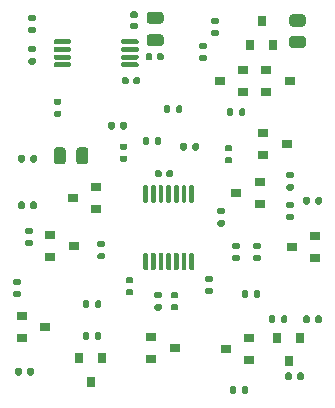
<source format=gbp>
%TF.GenerationSoftware,KiCad,Pcbnew,5.1.10-88a1d61d58~88~ubuntu18.04.1*%
%TF.CreationDate,2021-08-09T12:07:12+05:30*%
%TF.ProjectId,dhadak,64686164-616b-42e6-9b69-6361645f7063,1*%
%TF.SameCoordinates,Original*%
%TF.FileFunction,Paste,Bot*%
%TF.FilePolarity,Positive*%
%FSLAX46Y46*%
G04 Gerber Fmt 4.6, Leading zero omitted, Abs format (unit mm)*
G04 Created by KiCad (PCBNEW 5.1.10-88a1d61d58~88~ubuntu18.04.1) date 2021-08-09 12:07:12*
%MOMM*%
%LPD*%
G01*
G04 APERTURE LIST*
%ADD10R,0.900000X0.800000*%
%ADD11R,0.800000X0.900000*%
G04 APERTURE END LIST*
%TO.C,C6*%
G36*
G01*
X129573000Y-95263000D02*
X130523000Y-95263000D01*
G75*
G02*
X130773000Y-95513000I0J-250000D01*
G01*
X130773000Y-96013000D01*
G75*
G02*
X130523000Y-96263000I-250000J0D01*
G01*
X129573000Y-96263000D01*
G75*
G02*
X129323000Y-96013000I0J250000D01*
G01*
X129323000Y-95513000D01*
G75*
G02*
X129573000Y-95263000I250000J0D01*
G01*
G37*
G36*
G01*
X129573000Y-97163000D02*
X130523000Y-97163000D01*
G75*
G02*
X130773000Y-97413000I0J-250000D01*
G01*
X130773000Y-97913000D01*
G75*
G02*
X130523000Y-98163000I-250000J0D01*
G01*
X129573000Y-98163000D01*
G75*
G02*
X129323000Y-97913000I0J250000D01*
G01*
X129323000Y-97413000D01*
G75*
G02*
X129573000Y-97163000I250000J0D01*
G01*
G37*
%TD*%
%TO.C,C9*%
G36*
G01*
X123386000Y-107917000D02*
X123386000Y-106967000D01*
G75*
G02*
X123636000Y-106717000I250000J0D01*
G01*
X124136000Y-106717000D01*
G75*
G02*
X124386000Y-106967000I0J-250000D01*
G01*
X124386000Y-107917000D01*
G75*
G02*
X124136000Y-108167000I-250000J0D01*
G01*
X123636000Y-108167000D01*
G75*
G02*
X123386000Y-107917000I0J250000D01*
G01*
G37*
G36*
G01*
X121486000Y-107917000D02*
X121486000Y-106967000D01*
G75*
G02*
X121736000Y-106717000I250000J0D01*
G01*
X122236000Y-106717000D01*
G75*
G02*
X122486000Y-106967000I0J-250000D01*
G01*
X122486000Y-107917000D01*
G75*
G02*
X122236000Y-108167000I-250000J0D01*
G01*
X121736000Y-108167000D01*
G75*
G02*
X121486000Y-107917000I0J250000D01*
G01*
G37*
%TD*%
%TO.C,U2*%
G36*
G01*
X129141000Y-109938000D02*
X129341000Y-109938000D01*
G75*
G02*
X129441000Y-110038000I0J-100000D01*
G01*
X129441000Y-111313000D01*
G75*
G02*
X129341000Y-111413000I-100000J0D01*
G01*
X129141000Y-111413000D01*
G75*
G02*
X129041000Y-111313000I0J100000D01*
G01*
X129041000Y-110038000D01*
G75*
G02*
X129141000Y-109938000I100000J0D01*
G01*
G37*
G36*
G01*
X129791000Y-109938000D02*
X129991000Y-109938000D01*
G75*
G02*
X130091000Y-110038000I0J-100000D01*
G01*
X130091000Y-111313000D01*
G75*
G02*
X129991000Y-111413000I-100000J0D01*
G01*
X129791000Y-111413000D01*
G75*
G02*
X129691000Y-111313000I0J100000D01*
G01*
X129691000Y-110038000D01*
G75*
G02*
X129791000Y-109938000I100000J0D01*
G01*
G37*
G36*
G01*
X130441000Y-109938000D02*
X130641000Y-109938000D01*
G75*
G02*
X130741000Y-110038000I0J-100000D01*
G01*
X130741000Y-111313000D01*
G75*
G02*
X130641000Y-111413000I-100000J0D01*
G01*
X130441000Y-111413000D01*
G75*
G02*
X130341000Y-111313000I0J100000D01*
G01*
X130341000Y-110038000D01*
G75*
G02*
X130441000Y-109938000I100000J0D01*
G01*
G37*
G36*
G01*
X131091000Y-109938000D02*
X131291000Y-109938000D01*
G75*
G02*
X131391000Y-110038000I0J-100000D01*
G01*
X131391000Y-111313000D01*
G75*
G02*
X131291000Y-111413000I-100000J0D01*
G01*
X131091000Y-111413000D01*
G75*
G02*
X130991000Y-111313000I0J100000D01*
G01*
X130991000Y-110038000D01*
G75*
G02*
X131091000Y-109938000I100000J0D01*
G01*
G37*
G36*
G01*
X131741000Y-109938000D02*
X131941000Y-109938000D01*
G75*
G02*
X132041000Y-110038000I0J-100000D01*
G01*
X132041000Y-111313000D01*
G75*
G02*
X131941000Y-111413000I-100000J0D01*
G01*
X131741000Y-111413000D01*
G75*
G02*
X131641000Y-111313000I0J100000D01*
G01*
X131641000Y-110038000D01*
G75*
G02*
X131741000Y-109938000I100000J0D01*
G01*
G37*
G36*
G01*
X132391000Y-109938000D02*
X132591000Y-109938000D01*
G75*
G02*
X132691000Y-110038000I0J-100000D01*
G01*
X132691000Y-111313000D01*
G75*
G02*
X132591000Y-111413000I-100000J0D01*
G01*
X132391000Y-111413000D01*
G75*
G02*
X132291000Y-111313000I0J100000D01*
G01*
X132291000Y-110038000D01*
G75*
G02*
X132391000Y-109938000I100000J0D01*
G01*
G37*
G36*
G01*
X133041000Y-109938000D02*
X133241000Y-109938000D01*
G75*
G02*
X133341000Y-110038000I0J-100000D01*
G01*
X133341000Y-111313000D01*
G75*
G02*
X133241000Y-111413000I-100000J0D01*
G01*
X133041000Y-111413000D01*
G75*
G02*
X132941000Y-111313000I0J100000D01*
G01*
X132941000Y-110038000D01*
G75*
G02*
X133041000Y-109938000I100000J0D01*
G01*
G37*
G36*
G01*
X133041000Y-115663000D02*
X133241000Y-115663000D01*
G75*
G02*
X133341000Y-115763000I0J-100000D01*
G01*
X133341000Y-117038000D01*
G75*
G02*
X133241000Y-117138000I-100000J0D01*
G01*
X133041000Y-117138000D01*
G75*
G02*
X132941000Y-117038000I0J100000D01*
G01*
X132941000Y-115763000D01*
G75*
G02*
X133041000Y-115663000I100000J0D01*
G01*
G37*
G36*
G01*
X132391000Y-115663000D02*
X132591000Y-115663000D01*
G75*
G02*
X132691000Y-115763000I0J-100000D01*
G01*
X132691000Y-117038000D01*
G75*
G02*
X132591000Y-117138000I-100000J0D01*
G01*
X132391000Y-117138000D01*
G75*
G02*
X132291000Y-117038000I0J100000D01*
G01*
X132291000Y-115763000D01*
G75*
G02*
X132391000Y-115663000I100000J0D01*
G01*
G37*
G36*
G01*
X131741000Y-115663000D02*
X131941000Y-115663000D01*
G75*
G02*
X132041000Y-115763000I0J-100000D01*
G01*
X132041000Y-117038000D01*
G75*
G02*
X131941000Y-117138000I-100000J0D01*
G01*
X131741000Y-117138000D01*
G75*
G02*
X131641000Y-117038000I0J100000D01*
G01*
X131641000Y-115763000D01*
G75*
G02*
X131741000Y-115663000I100000J0D01*
G01*
G37*
G36*
G01*
X131091000Y-115663000D02*
X131291000Y-115663000D01*
G75*
G02*
X131391000Y-115763000I0J-100000D01*
G01*
X131391000Y-117038000D01*
G75*
G02*
X131291000Y-117138000I-100000J0D01*
G01*
X131091000Y-117138000D01*
G75*
G02*
X130991000Y-117038000I0J100000D01*
G01*
X130991000Y-115763000D01*
G75*
G02*
X131091000Y-115663000I100000J0D01*
G01*
G37*
G36*
G01*
X130441000Y-115663000D02*
X130641000Y-115663000D01*
G75*
G02*
X130741000Y-115763000I0J-100000D01*
G01*
X130741000Y-117038000D01*
G75*
G02*
X130641000Y-117138000I-100000J0D01*
G01*
X130441000Y-117138000D01*
G75*
G02*
X130341000Y-117038000I0J100000D01*
G01*
X130341000Y-115763000D01*
G75*
G02*
X130441000Y-115663000I100000J0D01*
G01*
G37*
G36*
G01*
X129791000Y-115663000D02*
X129991000Y-115663000D01*
G75*
G02*
X130091000Y-115763000I0J-100000D01*
G01*
X130091000Y-117038000D01*
G75*
G02*
X129991000Y-117138000I-100000J0D01*
G01*
X129791000Y-117138000D01*
G75*
G02*
X129691000Y-117038000I0J100000D01*
G01*
X129691000Y-115763000D01*
G75*
G02*
X129791000Y-115663000I100000J0D01*
G01*
G37*
G36*
G01*
X129141000Y-115663000D02*
X129341000Y-115663000D01*
G75*
G02*
X129441000Y-115763000I0J-100000D01*
G01*
X129441000Y-117038000D01*
G75*
G02*
X129341000Y-117138000I-100000J0D01*
G01*
X129141000Y-117138000D01*
G75*
G02*
X129041000Y-117038000I0J100000D01*
G01*
X129041000Y-115763000D01*
G75*
G02*
X129141000Y-115663000I100000J0D01*
G01*
G37*
%TD*%
%TO.C,C3*%
G36*
G01*
X129260000Y-99230000D02*
X129260000Y-98890000D01*
G75*
G02*
X129400000Y-98750000I140000J0D01*
G01*
X129680000Y-98750000D01*
G75*
G02*
X129820000Y-98890000I0J-140000D01*
G01*
X129820000Y-99230000D01*
G75*
G02*
X129680000Y-99370000I-140000J0D01*
G01*
X129400000Y-99370000D01*
G75*
G02*
X129260000Y-99230000I0J140000D01*
G01*
G37*
G36*
G01*
X130220000Y-99230000D02*
X130220000Y-98890000D01*
G75*
G02*
X130360000Y-98750000I140000J0D01*
G01*
X130640000Y-98750000D01*
G75*
G02*
X130780000Y-98890000I0J-140000D01*
G01*
X130780000Y-99230000D01*
G75*
G02*
X130640000Y-99370000I-140000J0D01*
G01*
X130360000Y-99370000D01*
G75*
G02*
X130220000Y-99230000I0J140000D01*
G01*
G37*
%TD*%
%TO.C,C4*%
G36*
G01*
X128100000Y-96184000D02*
X128440000Y-96184000D01*
G75*
G02*
X128580000Y-96324000I0J-140000D01*
G01*
X128580000Y-96604000D01*
G75*
G02*
X128440000Y-96744000I-140000J0D01*
G01*
X128100000Y-96744000D01*
G75*
G02*
X127960000Y-96604000I0J140000D01*
G01*
X127960000Y-96324000D01*
G75*
G02*
X128100000Y-96184000I140000J0D01*
G01*
G37*
G36*
G01*
X128100000Y-95224000D02*
X128440000Y-95224000D01*
G75*
G02*
X128580000Y-95364000I0J-140000D01*
G01*
X128580000Y-95644000D01*
G75*
G02*
X128440000Y-95784000I-140000J0D01*
G01*
X128100000Y-95784000D01*
G75*
G02*
X127960000Y-95644000I0J140000D01*
G01*
X127960000Y-95364000D01*
G75*
G02*
X128100000Y-95224000I140000J0D01*
G01*
G37*
%TD*%
%TO.C,C5*%
G36*
G01*
X128216000Y-101262000D02*
X128216000Y-100922000D01*
G75*
G02*
X128356000Y-100782000I140000J0D01*
G01*
X128636000Y-100782000D01*
G75*
G02*
X128776000Y-100922000I0J-140000D01*
G01*
X128776000Y-101262000D01*
G75*
G02*
X128636000Y-101402000I-140000J0D01*
G01*
X128356000Y-101402000D01*
G75*
G02*
X128216000Y-101262000I0J140000D01*
G01*
G37*
G36*
G01*
X127256000Y-101262000D02*
X127256000Y-100922000D01*
G75*
G02*
X127396000Y-100782000I140000J0D01*
G01*
X127676000Y-100782000D01*
G75*
G02*
X127816000Y-100922000I0J-140000D01*
G01*
X127816000Y-101262000D01*
G75*
G02*
X127676000Y-101402000I-140000J0D01*
G01*
X127396000Y-101402000D01*
G75*
G02*
X127256000Y-101262000I0J140000D01*
G01*
G37*
%TD*%
%TO.C,C10*%
G36*
G01*
X130050000Y-109136000D02*
X130050000Y-108796000D01*
G75*
G02*
X130190000Y-108656000I140000J0D01*
G01*
X130470000Y-108656000D01*
G75*
G02*
X130610000Y-108796000I0J-140000D01*
G01*
X130610000Y-109136000D01*
G75*
G02*
X130470000Y-109276000I-140000J0D01*
G01*
X130190000Y-109276000D01*
G75*
G02*
X130050000Y-109136000I0J140000D01*
G01*
G37*
G36*
G01*
X131010000Y-109136000D02*
X131010000Y-108796000D01*
G75*
G02*
X131150000Y-108656000I140000J0D01*
G01*
X131430000Y-108656000D01*
G75*
G02*
X131570000Y-108796000I0J-140000D01*
G01*
X131570000Y-109136000D01*
G75*
G02*
X131430000Y-109276000I-140000J0D01*
G01*
X131150000Y-109276000D01*
G75*
G02*
X131010000Y-109136000I0J140000D01*
G01*
G37*
%TD*%
%TO.C,IC1*%
G36*
G01*
X122924999Y-97694001D02*
X122924999Y-97894001D01*
G75*
G02*
X122824999Y-97994001I-100000J0D01*
G01*
X121549999Y-97994001D01*
G75*
G02*
X121449999Y-97894001I0J100000D01*
G01*
X121449999Y-97694001D01*
G75*
G02*
X121549999Y-97594001I100000J0D01*
G01*
X122824999Y-97594001D01*
G75*
G02*
X122924999Y-97694001I0J-100000D01*
G01*
G37*
G36*
G01*
X122924999Y-98344001D02*
X122924999Y-98544001D01*
G75*
G02*
X122824999Y-98644001I-100000J0D01*
G01*
X121549999Y-98644001D01*
G75*
G02*
X121449999Y-98544001I0J100000D01*
G01*
X121449999Y-98344001D01*
G75*
G02*
X121549999Y-98244001I100000J0D01*
G01*
X122824999Y-98244001D01*
G75*
G02*
X122924999Y-98344001I0J-100000D01*
G01*
G37*
G36*
G01*
X122924999Y-98994001D02*
X122924999Y-99194001D01*
G75*
G02*
X122824999Y-99294001I-100000J0D01*
G01*
X121549999Y-99294001D01*
G75*
G02*
X121449999Y-99194001I0J100000D01*
G01*
X121449999Y-98994001D01*
G75*
G02*
X121549999Y-98894001I100000J0D01*
G01*
X122824999Y-98894001D01*
G75*
G02*
X122924999Y-98994001I0J-100000D01*
G01*
G37*
G36*
G01*
X122924999Y-99644001D02*
X122924999Y-99844001D01*
G75*
G02*
X122824999Y-99944001I-100000J0D01*
G01*
X121549999Y-99944001D01*
G75*
G02*
X121449999Y-99844001I0J100000D01*
G01*
X121449999Y-99644001D01*
G75*
G02*
X121549999Y-99544001I100000J0D01*
G01*
X122824999Y-99544001D01*
G75*
G02*
X122924999Y-99644001I0J-100000D01*
G01*
G37*
G36*
G01*
X128649999Y-99644001D02*
X128649999Y-99844001D01*
G75*
G02*
X128549999Y-99944001I-100000J0D01*
G01*
X127274999Y-99944001D01*
G75*
G02*
X127174999Y-99844001I0J100000D01*
G01*
X127174999Y-99644001D01*
G75*
G02*
X127274999Y-99544001I100000J0D01*
G01*
X128549999Y-99544001D01*
G75*
G02*
X128649999Y-99644001I0J-100000D01*
G01*
G37*
G36*
G01*
X128649999Y-98994001D02*
X128649999Y-99194001D01*
G75*
G02*
X128549999Y-99294001I-100000J0D01*
G01*
X127274999Y-99294001D01*
G75*
G02*
X127174999Y-99194001I0J100000D01*
G01*
X127174999Y-98994001D01*
G75*
G02*
X127274999Y-98894001I100000J0D01*
G01*
X128549999Y-98894001D01*
G75*
G02*
X128649999Y-98994001I0J-100000D01*
G01*
G37*
G36*
G01*
X128649999Y-98344001D02*
X128649999Y-98544001D01*
G75*
G02*
X128549999Y-98644001I-100000J0D01*
G01*
X127274999Y-98644001D01*
G75*
G02*
X127174999Y-98544001I0J100000D01*
G01*
X127174999Y-98344001D01*
G75*
G02*
X127274999Y-98244001I100000J0D01*
G01*
X128549999Y-98244001D01*
G75*
G02*
X128649999Y-98344001I0J-100000D01*
G01*
G37*
G36*
G01*
X128649999Y-97694001D02*
X128649999Y-97894001D01*
G75*
G02*
X128549999Y-97994001I-100000J0D01*
G01*
X127274999Y-97994001D01*
G75*
G02*
X127174999Y-97894001I0J100000D01*
G01*
X127174999Y-97694001D01*
G75*
G02*
X127274999Y-97594001I100000J0D01*
G01*
X128549999Y-97594001D01*
G75*
G02*
X128649999Y-97694001I0J-100000D01*
G01*
G37*
%TD*%
D10*
%TO.C,Q1*%
X135525000Y-101092000D03*
X137525000Y-102042000D03*
X137525000Y-100142000D03*
%TD*%
%TO.C,Q2*%
X141462000Y-101092000D03*
X139462000Y-100142000D03*
X139462000Y-102042000D03*
%TD*%
D11*
%TO.C,Q3*%
X140015000Y-98028000D03*
X138115000Y-98028000D03*
X139065000Y-96028000D03*
%TD*%
D10*
%TO.C,Q7*%
X141192000Y-106426000D03*
X139192000Y-105476000D03*
X139192000Y-107376000D03*
%TD*%
%TO.C,Q8*%
X123079000Y-110998000D03*
X125079000Y-111948000D03*
X125079000Y-110048000D03*
%TD*%
%TO.C,Q9*%
X136922000Y-110617000D03*
X138922000Y-111567000D03*
X138922000Y-109667000D03*
%TD*%
%TO.C,Q10*%
X121174000Y-116012000D03*
X121174000Y-114112000D03*
X123174000Y-115062000D03*
%TD*%
%TO.C,Q11*%
X136033000Y-123825000D03*
X138033000Y-124775000D03*
X138033000Y-122875000D03*
%TD*%
%TO.C,Q12*%
X118761000Y-122870000D03*
X118761000Y-120970000D03*
X120761000Y-121920000D03*
%TD*%
D11*
%TO.C,Q13*%
X141351000Y-124841000D03*
X142301000Y-122841000D03*
X140401000Y-122841000D03*
%TD*%
%TO.C,Q14*%
X123637000Y-124603000D03*
X125537000Y-124603000D03*
X124587000Y-126603000D03*
%TD*%
D10*
%TO.C,Q15*%
X143621000Y-114239000D03*
X143621000Y-116139000D03*
X141621000Y-115189000D03*
%TD*%
%TO.C,Q16*%
X129699000Y-124648000D03*
X129699000Y-122748000D03*
X131699000Y-123698000D03*
%TD*%
%TO.C,R4*%
G36*
G01*
X132352000Y-103320000D02*
X132352000Y-103690000D01*
G75*
G02*
X132217000Y-103825000I-135000J0D01*
G01*
X131947000Y-103825000D01*
G75*
G02*
X131812000Y-103690000I0J135000D01*
G01*
X131812000Y-103320000D01*
G75*
G02*
X131947000Y-103185000I135000J0D01*
G01*
X132217000Y-103185000D01*
G75*
G02*
X132352000Y-103320000I0J-135000D01*
G01*
G37*
G36*
G01*
X131332000Y-103320000D02*
X131332000Y-103690000D01*
G75*
G02*
X131197000Y-103825000I-135000J0D01*
G01*
X130927000Y-103825000D01*
G75*
G02*
X130792000Y-103690000I0J135000D01*
G01*
X130792000Y-103320000D01*
G75*
G02*
X130927000Y-103185000I135000J0D01*
G01*
X131197000Y-103185000D01*
G75*
G02*
X131332000Y-103320000I0J-135000D01*
G01*
G37*
%TD*%
%TO.C,R5*%
G36*
G01*
X137686000Y-103574000D02*
X137686000Y-103944000D01*
G75*
G02*
X137551000Y-104079000I-135000J0D01*
G01*
X137281000Y-104079000D01*
G75*
G02*
X137146000Y-103944000I0J135000D01*
G01*
X137146000Y-103574000D01*
G75*
G02*
X137281000Y-103439000I135000J0D01*
G01*
X137551000Y-103439000D01*
G75*
G02*
X137686000Y-103574000I0J-135000D01*
G01*
G37*
G36*
G01*
X136666000Y-103574000D02*
X136666000Y-103944000D01*
G75*
G02*
X136531000Y-104079000I-135000J0D01*
G01*
X136261000Y-104079000D01*
G75*
G02*
X136126000Y-103944000I0J135000D01*
G01*
X136126000Y-103574000D01*
G75*
G02*
X136261000Y-103439000I135000J0D01*
G01*
X136531000Y-103439000D01*
G75*
G02*
X136666000Y-103574000I0J-135000D01*
G01*
G37*
%TD*%
%TO.C,R6*%
G36*
G01*
X141662998Y-95476000D02*
X142563002Y-95476000D01*
G75*
G02*
X142813000Y-95725998I0J-249998D01*
G01*
X142813000Y-96251002D01*
G75*
G02*
X142563002Y-96501000I-249998J0D01*
G01*
X141662998Y-96501000D01*
G75*
G02*
X141413000Y-96251002I0J249998D01*
G01*
X141413000Y-95725998D01*
G75*
G02*
X141662998Y-95476000I249998J0D01*
G01*
G37*
G36*
G01*
X141662998Y-97301000D02*
X142563002Y-97301000D01*
G75*
G02*
X142813000Y-97550998I0J-249998D01*
G01*
X142813000Y-98076002D01*
G75*
G02*
X142563002Y-98326000I-249998J0D01*
G01*
X141662998Y-98326000D01*
G75*
G02*
X141413000Y-98076002I0J249998D01*
G01*
X141413000Y-97550998D01*
G75*
G02*
X141662998Y-97301000I249998J0D01*
G01*
G37*
%TD*%
%TO.C,R7*%
G36*
G01*
X133927000Y-97897000D02*
X134297000Y-97897000D01*
G75*
G02*
X134432000Y-98032000I0J-135000D01*
G01*
X134432000Y-98302000D01*
G75*
G02*
X134297000Y-98437000I-135000J0D01*
G01*
X133927000Y-98437000D01*
G75*
G02*
X133792000Y-98302000I0J135000D01*
G01*
X133792000Y-98032000D01*
G75*
G02*
X133927000Y-97897000I135000J0D01*
G01*
G37*
G36*
G01*
X133927000Y-98917000D02*
X134297000Y-98917000D01*
G75*
G02*
X134432000Y-99052000I0J-135000D01*
G01*
X134432000Y-99322000D01*
G75*
G02*
X134297000Y-99457000I-135000J0D01*
G01*
X133927000Y-99457000D01*
G75*
G02*
X133792000Y-99322000I0J135000D01*
G01*
X133792000Y-99052000D01*
G75*
G02*
X133927000Y-98917000I135000J0D01*
G01*
G37*
%TD*%
%TO.C,R8*%
G36*
G01*
X134943000Y-96758000D02*
X135313000Y-96758000D01*
G75*
G02*
X135448000Y-96893000I0J-135000D01*
G01*
X135448000Y-97163000D01*
G75*
G02*
X135313000Y-97298000I-135000J0D01*
G01*
X134943000Y-97298000D01*
G75*
G02*
X134808000Y-97163000I0J135000D01*
G01*
X134808000Y-96893000D01*
G75*
G02*
X134943000Y-96758000I135000J0D01*
G01*
G37*
G36*
G01*
X134943000Y-95738000D02*
X135313000Y-95738000D01*
G75*
G02*
X135448000Y-95873000I0J-135000D01*
G01*
X135448000Y-96143000D01*
G75*
G02*
X135313000Y-96278000I-135000J0D01*
G01*
X134943000Y-96278000D01*
G75*
G02*
X134808000Y-96143000I0J135000D01*
G01*
X134808000Y-95873000D01*
G75*
G02*
X134943000Y-95738000I135000J0D01*
G01*
G37*
%TD*%
%TO.C,R14*%
G36*
G01*
X119819000Y-99715000D02*
X119449000Y-99715000D01*
G75*
G02*
X119314000Y-99580000I0J135000D01*
G01*
X119314000Y-99310000D01*
G75*
G02*
X119449000Y-99175000I135000J0D01*
G01*
X119819000Y-99175000D01*
G75*
G02*
X119954000Y-99310000I0J-135000D01*
G01*
X119954000Y-99580000D01*
G75*
G02*
X119819000Y-99715000I-135000J0D01*
G01*
G37*
G36*
G01*
X119819000Y-98695000D02*
X119449000Y-98695000D01*
G75*
G02*
X119314000Y-98560000I0J135000D01*
G01*
X119314000Y-98290000D01*
G75*
G02*
X119449000Y-98155000I135000J0D01*
G01*
X119819000Y-98155000D01*
G75*
G02*
X119954000Y-98290000I0J-135000D01*
G01*
X119954000Y-98560000D01*
G75*
G02*
X119819000Y-98695000I-135000J0D01*
G01*
G37*
%TD*%
%TO.C,R15*%
G36*
G01*
X119449000Y-96504000D02*
X119819000Y-96504000D01*
G75*
G02*
X119954000Y-96639000I0J-135000D01*
G01*
X119954000Y-96909000D01*
G75*
G02*
X119819000Y-97044000I-135000J0D01*
G01*
X119449000Y-97044000D01*
G75*
G02*
X119314000Y-96909000I0J135000D01*
G01*
X119314000Y-96639000D01*
G75*
G02*
X119449000Y-96504000I135000J0D01*
G01*
G37*
G36*
G01*
X119449000Y-95484000D02*
X119819000Y-95484000D01*
G75*
G02*
X119954000Y-95619000I0J-135000D01*
G01*
X119954000Y-95889000D01*
G75*
G02*
X119819000Y-96024000I-135000J0D01*
G01*
X119449000Y-96024000D01*
G75*
G02*
X119314000Y-95889000I0J135000D01*
G01*
X119314000Y-95619000D01*
G75*
G02*
X119449000Y-95484000I135000J0D01*
G01*
G37*
%TD*%
%TO.C,R16*%
G36*
G01*
X121608000Y-102598000D02*
X121978000Y-102598000D01*
G75*
G02*
X122113000Y-102733000I0J-135000D01*
G01*
X122113000Y-103003000D01*
G75*
G02*
X121978000Y-103138000I-135000J0D01*
G01*
X121608000Y-103138000D01*
G75*
G02*
X121473000Y-103003000I0J135000D01*
G01*
X121473000Y-102733000D01*
G75*
G02*
X121608000Y-102598000I135000J0D01*
G01*
G37*
G36*
G01*
X121608000Y-103618000D02*
X121978000Y-103618000D01*
G75*
G02*
X122113000Y-103753000I0J-135000D01*
G01*
X122113000Y-104023000D01*
G75*
G02*
X121978000Y-104158000I-135000J0D01*
G01*
X121608000Y-104158000D01*
G75*
G02*
X121473000Y-104023000I0J135000D01*
G01*
X121473000Y-103753000D01*
G75*
G02*
X121608000Y-103618000I135000J0D01*
G01*
G37*
%TD*%
%TO.C,R17*%
G36*
G01*
X126631000Y-104717000D02*
X126631000Y-105087000D01*
G75*
G02*
X126496000Y-105222000I-135000J0D01*
G01*
X126226000Y-105222000D01*
G75*
G02*
X126091000Y-105087000I0J135000D01*
G01*
X126091000Y-104717000D01*
G75*
G02*
X126226000Y-104582000I135000J0D01*
G01*
X126496000Y-104582000D01*
G75*
G02*
X126631000Y-104717000I0J-135000D01*
G01*
G37*
G36*
G01*
X127651000Y-104717000D02*
X127651000Y-105087000D01*
G75*
G02*
X127516000Y-105222000I-135000J0D01*
G01*
X127246000Y-105222000D01*
G75*
G02*
X127111000Y-105087000I0J135000D01*
G01*
X127111000Y-104717000D01*
G75*
G02*
X127246000Y-104582000I135000J0D01*
G01*
X127516000Y-104582000D01*
G75*
G02*
X127651000Y-104717000I0J-135000D01*
G01*
G37*
%TD*%
%TO.C,R18*%
G36*
G01*
X130574000Y-105987000D02*
X130574000Y-106357000D01*
G75*
G02*
X130439000Y-106492000I-135000J0D01*
G01*
X130169000Y-106492000D01*
G75*
G02*
X130034000Y-106357000I0J135000D01*
G01*
X130034000Y-105987000D01*
G75*
G02*
X130169000Y-105852000I135000J0D01*
G01*
X130439000Y-105852000D01*
G75*
G02*
X130574000Y-105987000I0J-135000D01*
G01*
G37*
G36*
G01*
X129554000Y-105987000D02*
X129554000Y-106357000D01*
G75*
G02*
X129419000Y-106492000I-135000J0D01*
G01*
X129149000Y-106492000D01*
G75*
G02*
X129014000Y-106357000I0J135000D01*
G01*
X129014000Y-105987000D01*
G75*
G02*
X129149000Y-105852000I135000J0D01*
G01*
X129419000Y-105852000D01*
G75*
G02*
X129554000Y-105987000I0J-135000D01*
G01*
G37*
%TD*%
%TO.C,R19*%
G36*
G01*
X127566000Y-106946000D02*
X127196000Y-106946000D01*
G75*
G02*
X127061000Y-106811000I0J135000D01*
G01*
X127061000Y-106541000D01*
G75*
G02*
X127196000Y-106406000I135000J0D01*
G01*
X127566000Y-106406000D01*
G75*
G02*
X127701000Y-106541000I0J-135000D01*
G01*
X127701000Y-106811000D01*
G75*
G02*
X127566000Y-106946000I-135000J0D01*
G01*
G37*
G36*
G01*
X127566000Y-107966000D02*
X127196000Y-107966000D01*
G75*
G02*
X127061000Y-107831000I0J135000D01*
G01*
X127061000Y-107561000D01*
G75*
G02*
X127196000Y-107426000I135000J0D01*
G01*
X127566000Y-107426000D01*
G75*
G02*
X127701000Y-107561000I0J-135000D01*
G01*
X127701000Y-107831000D01*
G75*
G02*
X127566000Y-107966000I-135000J0D01*
G01*
G37*
%TD*%
%TO.C,R20*%
G36*
G01*
X132729000Y-106495000D02*
X132729000Y-106865000D01*
G75*
G02*
X132594000Y-107000000I-135000J0D01*
G01*
X132324000Y-107000000D01*
G75*
G02*
X132189000Y-106865000I0J135000D01*
G01*
X132189000Y-106495000D01*
G75*
G02*
X132324000Y-106360000I135000J0D01*
G01*
X132594000Y-106360000D01*
G75*
G02*
X132729000Y-106495000I0J-135000D01*
G01*
G37*
G36*
G01*
X133749000Y-106495000D02*
X133749000Y-106865000D01*
G75*
G02*
X133614000Y-107000000I-135000J0D01*
G01*
X133344000Y-107000000D01*
G75*
G02*
X133209000Y-106865000I0J135000D01*
G01*
X133209000Y-106495000D01*
G75*
G02*
X133344000Y-106360000I135000J0D01*
G01*
X133614000Y-106360000D01*
G75*
G02*
X133749000Y-106495000I0J-135000D01*
G01*
G37*
%TD*%
%TO.C,R21*%
G36*
G01*
X136086000Y-107555000D02*
X136456000Y-107555000D01*
G75*
G02*
X136591000Y-107690000I0J-135000D01*
G01*
X136591000Y-107960000D01*
G75*
G02*
X136456000Y-108095000I-135000J0D01*
G01*
X136086000Y-108095000D01*
G75*
G02*
X135951000Y-107960000I0J135000D01*
G01*
X135951000Y-107690000D01*
G75*
G02*
X136086000Y-107555000I135000J0D01*
G01*
G37*
G36*
G01*
X136086000Y-106535000D02*
X136456000Y-106535000D01*
G75*
G02*
X136591000Y-106670000I0J-135000D01*
G01*
X136591000Y-106940000D01*
G75*
G02*
X136456000Y-107075000I-135000J0D01*
G01*
X136086000Y-107075000D01*
G75*
G02*
X135951000Y-106940000I0J135000D01*
G01*
X135951000Y-106670000D01*
G75*
G02*
X136086000Y-106535000I135000J0D01*
G01*
G37*
%TD*%
%TO.C,R22*%
G36*
G01*
X118473000Y-107881000D02*
X118473000Y-107511000D01*
G75*
G02*
X118608000Y-107376000I135000J0D01*
G01*
X118878000Y-107376000D01*
G75*
G02*
X119013000Y-107511000I0J-135000D01*
G01*
X119013000Y-107881000D01*
G75*
G02*
X118878000Y-108016000I-135000J0D01*
G01*
X118608000Y-108016000D01*
G75*
G02*
X118473000Y-107881000I0J135000D01*
G01*
G37*
G36*
G01*
X119493000Y-107881000D02*
X119493000Y-107511000D01*
G75*
G02*
X119628000Y-107376000I135000J0D01*
G01*
X119898000Y-107376000D01*
G75*
G02*
X120033000Y-107511000I0J-135000D01*
G01*
X120033000Y-107881000D01*
G75*
G02*
X119898000Y-108016000I-135000J0D01*
G01*
X119628000Y-108016000D01*
G75*
G02*
X119493000Y-107881000I0J135000D01*
G01*
G37*
%TD*%
%TO.C,R23*%
G36*
G01*
X141293000Y-109843000D02*
X141663000Y-109843000D01*
G75*
G02*
X141798000Y-109978000I0J-135000D01*
G01*
X141798000Y-110248000D01*
G75*
G02*
X141663000Y-110383000I-135000J0D01*
G01*
X141293000Y-110383000D01*
G75*
G02*
X141158000Y-110248000I0J135000D01*
G01*
X141158000Y-109978000D01*
G75*
G02*
X141293000Y-109843000I135000J0D01*
G01*
G37*
G36*
G01*
X141293000Y-108823000D02*
X141663000Y-108823000D01*
G75*
G02*
X141798000Y-108958000I0J-135000D01*
G01*
X141798000Y-109228000D01*
G75*
G02*
X141663000Y-109363000I-135000J0D01*
G01*
X141293000Y-109363000D01*
G75*
G02*
X141158000Y-109228000I0J135000D01*
G01*
X141158000Y-108958000D01*
G75*
G02*
X141293000Y-108823000I135000J0D01*
G01*
G37*
%TD*%
%TO.C,R24*%
G36*
G01*
X118473000Y-111818000D02*
X118473000Y-111448000D01*
G75*
G02*
X118608000Y-111313000I135000J0D01*
G01*
X118878000Y-111313000D01*
G75*
G02*
X119013000Y-111448000I0J-135000D01*
G01*
X119013000Y-111818000D01*
G75*
G02*
X118878000Y-111953000I-135000J0D01*
G01*
X118608000Y-111953000D01*
G75*
G02*
X118473000Y-111818000I0J135000D01*
G01*
G37*
G36*
G01*
X119493000Y-111818000D02*
X119493000Y-111448000D01*
G75*
G02*
X119628000Y-111313000I135000J0D01*
G01*
X119898000Y-111313000D01*
G75*
G02*
X120033000Y-111448000I0J-135000D01*
G01*
X120033000Y-111818000D01*
G75*
G02*
X119898000Y-111953000I-135000J0D01*
G01*
X119628000Y-111953000D01*
G75*
G02*
X119493000Y-111818000I0J135000D01*
G01*
G37*
%TD*%
%TO.C,R25*%
G36*
G01*
X141663000Y-111899000D02*
X141293000Y-111899000D01*
G75*
G02*
X141158000Y-111764000I0J135000D01*
G01*
X141158000Y-111494000D01*
G75*
G02*
X141293000Y-111359000I135000J0D01*
G01*
X141663000Y-111359000D01*
G75*
G02*
X141798000Y-111494000I0J-135000D01*
G01*
X141798000Y-111764000D01*
G75*
G02*
X141663000Y-111899000I-135000J0D01*
G01*
G37*
G36*
G01*
X141663000Y-112919000D02*
X141293000Y-112919000D01*
G75*
G02*
X141158000Y-112784000I0J135000D01*
G01*
X141158000Y-112514000D01*
G75*
G02*
X141293000Y-112379000I135000J0D01*
G01*
X141663000Y-112379000D01*
G75*
G02*
X141798000Y-112514000I0J-135000D01*
G01*
X141798000Y-112784000D01*
G75*
G02*
X141663000Y-112919000I-135000J0D01*
G01*
G37*
%TD*%
%TO.C,R26*%
G36*
G01*
X119565000Y-115080000D02*
X119195000Y-115080000D01*
G75*
G02*
X119060000Y-114945000I0J135000D01*
G01*
X119060000Y-114675000D01*
G75*
G02*
X119195000Y-114540000I135000J0D01*
G01*
X119565000Y-114540000D01*
G75*
G02*
X119700000Y-114675000I0J-135000D01*
G01*
X119700000Y-114945000D01*
G75*
G02*
X119565000Y-115080000I-135000J0D01*
G01*
G37*
G36*
G01*
X119565000Y-114060000D02*
X119195000Y-114060000D01*
G75*
G02*
X119060000Y-113925000I0J135000D01*
G01*
X119060000Y-113655000D01*
G75*
G02*
X119195000Y-113520000I135000J0D01*
G01*
X119565000Y-113520000D01*
G75*
G02*
X119700000Y-113655000I0J-135000D01*
G01*
X119700000Y-113925000D01*
G75*
G02*
X119565000Y-114060000I-135000J0D01*
G01*
G37*
%TD*%
%TO.C,R27*%
G36*
G01*
X135451000Y-111871000D02*
X135821000Y-111871000D01*
G75*
G02*
X135956000Y-112006000I0J-135000D01*
G01*
X135956000Y-112276000D01*
G75*
G02*
X135821000Y-112411000I-135000J0D01*
G01*
X135451000Y-112411000D01*
G75*
G02*
X135316000Y-112276000I0J135000D01*
G01*
X135316000Y-112006000D01*
G75*
G02*
X135451000Y-111871000I135000J0D01*
G01*
G37*
G36*
G01*
X135451000Y-112891000D02*
X135821000Y-112891000D01*
G75*
G02*
X135956000Y-113026000I0J-135000D01*
G01*
X135956000Y-113296000D01*
G75*
G02*
X135821000Y-113431000I-135000J0D01*
G01*
X135451000Y-113431000D01*
G75*
G02*
X135316000Y-113296000I0J135000D01*
G01*
X135316000Y-113026000D01*
G75*
G02*
X135451000Y-112891000I135000J0D01*
G01*
G37*
%TD*%
%TO.C,R28*%
G36*
G01*
X125291000Y-115683000D02*
X125661000Y-115683000D01*
G75*
G02*
X125796000Y-115818000I0J-135000D01*
G01*
X125796000Y-116088000D01*
G75*
G02*
X125661000Y-116223000I-135000J0D01*
G01*
X125291000Y-116223000D01*
G75*
G02*
X125156000Y-116088000I0J135000D01*
G01*
X125156000Y-115818000D01*
G75*
G02*
X125291000Y-115683000I135000J0D01*
G01*
G37*
G36*
G01*
X125291000Y-114663000D02*
X125661000Y-114663000D01*
G75*
G02*
X125796000Y-114798000I0J-135000D01*
G01*
X125796000Y-115068000D01*
G75*
G02*
X125661000Y-115203000I-135000J0D01*
G01*
X125291000Y-115203000D01*
G75*
G02*
X125156000Y-115068000I0J135000D01*
G01*
X125156000Y-114798000D01*
G75*
G02*
X125291000Y-114663000I135000J0D01*
G01*
G37*
%TD*%
%TO.C,R29*%
G36*
G01*
X139682000Y-121470000D02*
X139682000Y-121100000D01*
G75*
G02*
X139817000Y-120965000I135000J0D01*
G01*
X140087000Y-120965000D01*
G75*
G02*
X140222000Y-121100000I0J-135000D01*
G01*
X140222000Y-121470000D01*
G75*
G02*
X140087000Y-121605000I-135000J0D01*
G01*
X139817000Y-121605000D01*
G75*
G02*
X139682000Y-121470000I0J135000D01*
G01*
G37*
G36*
G01*
X140702000Y-121470000D02*
X140702000Y-121100000D01*
G75*
G02*
X140837000Y-120965000I135000J0D01*
G01*
X141107000Y-120965000D01*
G75*
G02*
X141242000Y-121100000I0J-135000D01*
G01*
X141242000Y-121470000D01*
G75*
G02*
X141107000Y-121605000I-135000J0D01*
G01*
X140837000Y-121605000D01*
G75*
G02*
X140702000Y-121470000I0J135000D01*
G01*
G37*
%TD*%
%TO.C,R30*%
G36*
G01*
X119237000Y-125915000D02*
X119237000Y-125545000D01*
G75*
G02*
X119372000Y-125410000I135000J0D01*
G01*
X119642000Y-125410000D01*
G75*
G02*
X119777000Y-125545000I0J-135000D01*
G01*
X119777000Y-125915000D01*
G75*
G02*
X119642000Y-126050000I-135000J0D01*
G01*
X119372000Y-126050000D01*
G75*
G02*
X119237000Y-125915000I0J135000D01*
G01*
G37*
G36*
G01*
X118217000Y-125915000D02*
X118217000Y-125545000D01*
G75*
G02*
X118352000Y-125410000I135000J0D01*
G01*
X118622000Y-125410000D01*
G75*
G02*
X118757000Y-125545000I0J-135000D01*
G01*
X118757000Y-125915000D01*
G75*
G02*
X118622000Y-126050000I-135000J0D01*
G01*
X118352000Y-126050000D01*
G75*
G02*
X118217000Y-125915000I0J135000D01*
G01*
G37*
%TD*%
%TO.C,R31*%
G36*
G01*
X138416000Y-119311000D02*
X138416000Y-118941000D01*
G75*
G02*
X138551000Y-118806000I135000J0D01*
G01*
X138821000Y-118806000D01*
G75*
G02*
X138956000Y-118941000I0J-135000D01*
G01*
X138956000Y-119311000D01*
G75*
G02*
X138821000Y-119446000I-135000J0D01*
G01*
X138551000Y-119446000D01*
G75*
G02*
X138416000Y-119311000I0J135000D01*
G01*
G37*
G36*
G01*
X137396000Y-119311000D02*
X137396000Y-118941000D01*
G75*
G02*
X137531000Y-118806000I135000J0D01*
G01*
X137801000Y-118806000D01*
G75*
G02*
X137936000Y-118941000I0J-135000D01*
G01*
X137936000Y-119311000D01*
G75*
G02*
X137801000Y-119446000I-135000J0D01*
G01*
X137531000Y-119446000D01*
G75*
G02*
X137396000Y-119311000I0J135000D01*
G01*
G37*
%TD*%
%TO.C,R32*%
G36*
G01*
X118549000Y-119398000D02*
X118179000Y-119398000D01*
G75*
G02*
X118044000Y-119263000I0J135000D01*
G01*
X118044000Y-118993000D01*
G75*
G02*
X118179000Y-118858000I135000J0D01*
G01*
X118549000Y-118858000D01*
G75*
G02*
X118684000Y-118993000I0J-135000D01*
G01*
X118684000Y-119263000D01*
G75*
G02*
X118549000Y-119398000I-135000J0D01*
G01*
G37*
G36*
G01*
X118549000Y-118378000D02*
X118179000Y-118378000D01*
G75*
G02*
X118044000Y-118243000I0J135000D01*
G01*
X118044000Y-117973000D01*
G75*
G02*
X118179000Y-117838000I135000J0D01*
G01*
X118549000Y-117838000D01*
G75*
G02*
X118684000Y-117973000I0J-135000D01*
G01*
X118684000Y-118243000D01*
G75*
G02*
X118549000Y-118378000I-135000J0D01*
G01*
G37*
%TD*%
%TO.C,R33*%
G36*
G01*
X134805000Y-119144000D02*
X134435000Y-119144000D01*
G75*
G02*
X134300000Y-119009000I0J135000D01*
G01*
X134300000Y-118739000D01*
G75*
G02*
X134435000Y-118604000I135000J0D01*
G01*
X134805000Y-118604000D01*
G75*
G02*
X134940000Y-118739000I0J-135000D01*
G01*
X134940000Y-119009000D01*
G75*
G02*
X134805000Y-119144000I-135000J0D01*
G01*
G37*
G36*
G01*
X134805000Y-118124000D02*
X134435000Y-118124000D01*
G75*
G02*
X134300000Y-117989000I0J135000D01*
G01*
X134300000Y-117719000D01*
G75*
G02*
X134435000Y-117584000I135000J0D01*
G01*
X134805000Y-117584000D01*
G75*
G02*
X134940000Y-117719000I0J-135000D01*
G01*
X134940000Y-117989000D01*
G75*
G02*
X134805000Y-118124000I-135000J0D01*
G01*
G37*
%TD*%
%TO.C,R34*%
G36*
G01*
X128074000Y-118251000D02*
X127704000Y-118251000D01*
G75*
G02*
X127569000Y-118116000I0J135000D01*
G01*
X127569000Y-117846000D01*
G75*
G02*
X127704000Y-117711000I135000J0D01*
G01*
X128074000Y-117711000D01*
G75*
G02*
X128209000Y-117846000I0J-135000D01*
G01*
X128209000Y-118116000D01*
G75*
G02*
X128074000Y-118251000I-135000J0D01*
G01*
G37*
G36*
G01*
X128074000Y-119271000D02*
X127704000Y-119271000D01*
G75*
G02*
X127569000Y-119136000I0J135000D01*
G01*
X127569000Y-118866000D01*
G75*
G02*
X127704000Y-118731000I135000J0D01*
G01*
X128074000Y-118731000D01*
G75*
G02*
X128209000Y-118866000I0J-135000D01*
G01*
X128209000Y-119136000D01*
G75*
G02*
X128074000Y-119271000I-135000J0D01*
G01*
G37*
%TD*%
%TO.C,R35*%
G36*
G01*
X142603000Y-121470000D02*
X142603000Y-121100000D01*
G75*
G02*
X142738000Y-120965000I135000J0D01*
G01*
X143008000Y-120965000D01*
G75*
G02*
X143143000Y-121100000I0J-135000D01*
G01*
X143143000Y-121470000D01*
G75*
G02*
X143008000Y-121605000I-135000J0D01*
G01*
X142738000Y-121605000D01*
G75*
G02*
X142603000Y-121470000I0J135000D01*
G01*
G37*
G36*
G01*
X143623000Y-121470000D02*
X143623000Y-121100000D01*
G75*
G02*
X143758000Y-120965000I135000J0D01*
G01*
X144028000Y-120965000D01*
G75*
G02*
X144163000Y-121100000I0J-135000D01*
G01*
X144163000Y-121470000D01*
G75*
G02*
X144028000Y-121605000I-135000J0D01*
G01*
X143758000Y-121605000D01*
G75*
G02*
X143623000Y-121470000I0J135000D01*
G01*
G37*
%TD*%
%TO.C,R36*%
G36*
G01*
X124474000Y-122497000D02*
X124474000Y-122867000D01*
G75*
G02*
X124339000Y-123002000I-135000J0D01*
G01*
X124069000Y-123002000D01*
G75*
G02*
X123934000Y-122867000I0J135000D01*
G01*
X123934000Y-122497000D01*
G75*
G02*
X124069000Y-122362000I135000J0D01*
G01*
X124339000Y-122362000D01*
G75*
G02*
X124474000Y-122497000I0J-135000D01*
G01*
G37*
G36*
G01*
X125494000Y-122497000D02*
X125494000Y-122867000D01*
G75*
G02*
X125359000Y-123002000I-135000J0D01*
G01*
X125089000Y-123002000D01*
G75*
G02*
X124954000Y-122867000I0J135000D01*
G01*
X124954000Y-122497000D01*
G75*
G02*
X125089000Y-122362000I135000J0D01*
G01*
X125359000Y-122362000D01*
G75*
G02*
X125494000Y-122497000I0J-135000D01*
G01*
G37*
%TD*%
%TO.C,R37*%
G36*
G01*
X141077000Y-126296000D02*
X141077000Y-125926000D01*
G75*
G02*
X141212000Y-125791000I135000J0D01*
G01*
X141482000Y-125791000D01*
G75*
G02*
X141617000Y-125926000I0J-135000D01*
G01*
X141617000Y-126296000D01*
G75*
G02*
X141482000Y-126431000I-135000J0D01*
G01*
X141212000Y-126431000D01*
G75*
G02*
X141077000Y-126296000I0J135000D01*
G01*
G37*
G36*
G01*
X142097000Y-126296000D02*
X142097000Y-125926000D01*
G75*
G02*
X142232000Y-125791000I135000J0D01*
G01*
X142502000Y-125791000D01*
G75*
G02*
X142637000Y-125926000I0J-135000D01*
G01*
X142637000Y-126296000D01*
G75*
G02*
X142502000Y-126431000I-135000J0D01*
G01*
X142232000Y-126431000D01*
G75*
G02*
X142097000Y-126296000I0J135000D01*
G01*
G37*
%TD*%
%TO.C,R38*%
G36*
G01*
X125494000Y-119830000D02*
X125494000Y-120200000D01*
G75*
G02*
X125359000Y-120335000I-135000J0D01*
G01*
X125089000Y-120335000D01*
G75*
G02*
X124954000Y-120200000I0J135000D01*
G01*
X124954000Y-119830000D01*
G75*
G02*
X125089000Y-119695000I135000J0D01*
G01*
X125359000Y-119695000D01*
G75*
G02*
X125494000Y-119830000I0J-135000D01*
G01*
G37*
G36*
G01*
X124474000Y-119830000D02*
X124474000Y-120200000D01*
G75*
G02*
X124339000Y-120335000I-135000J0D01*
G01*
X124069000Y-120335000D01*
G75*
G02*
X123934000Y-120200000I0J135000D01*
G01*
X123934000Y-119830000D01*
G75*
G02*
X124069000Y-119695000I135000J0D01*
G01*
X124339000Y-119695000D01*
G75*
G02*
X124474000Y-119830000I0J-135000D01*
G01*
G37*
%TD*%
%TO.C,R39*%
G36*
G01*
X143623000Y-111437000D02*
X143623000Y-111067000D01*
G75*
G02*
X143758000Y-110932000I135000J0D01*
G01*
X144028000Y-110932000D01*
G75*
G02*
X144163000Y-111067000I0J-135000D01*
G01*
X144163000Y-111437000D01*
G75*
G02*
X144028000Y-111572000I-135000J0D01*
G01*
X143758000Y-111572000D01*
G75*
G02*
X143623000Y-111437000I0J135000D01*
G01*
G37*
G36*
G01*
X142603000Y-111437000D02*
X142603000Y-111067000D01*
G75*
G02*
X142738000Y-110932000I135000J0D01*
G01*
X143008000Y-110932000D01*
G75*
G02*
X143143000Y-111067000I0J-135000D01*
G01*
X143143000Y-111437000D01*
G75*
G02*
X143008000Y-111572000I-135000J0D01*
G01*
X142738000Y-111572000D01*
G75*
G02*
X142603000Y-111437000I0J135000D01*
G01*
G37*
%TD*%
%TO.C,R40*%
G36*
G01*
X136380000Y-127439000D02*
X136380000Y-127069000D01*
G75*
G02*
X136515000Y-126934000I135000J0D01*
G01*
X136785000Y-126934000D01*
G75*
G02*
X136920000Y-127069000I0J-135000D01*
G01*
X136920000Y-127439000D01*
G75*
G02*
X136785000Y-127574000I-135000J0D01*
G01*
X136515000Y-127574000D01*
G75*
G02*
X136380000Y-127439000I0J135000D01*
G01*
G37*
G36*
G01*
X137400000Y-127439000D02*
X137400000Y-127069000D01*
G75*
G02*
X137535000Y-126934000I135000J0D01*
G01*
X137805000Y-126934000D01*
G75*
G02*
X137940000Y-127069000I0J-135000D01*
G01*
X137940000Y-127439000D01*
G75*
G02*
X137805000Y-127574000I-135000J0D01*
G01*
X137535000Y-127574000D01*
G75*
G02*
X137400000Y-127439000I0J135000D01*
G01*
G37*
%TD*%
%TO.C,R41*%
G36*
G01*
X137091000Y-116348000D02*
X136721000Y-116348000D01*
G75*
G02*
X136586000Y-116213000I0J135000D01*
G01*
X136586000Y-115943000D01*
G75*
G02*
X136721000Y-115808000I135000J0D01*
G01*
X137091000Y-115808000D01*
G75*
G02*
X137226000Y-115943000I0J-135000D01*
G01*
X137226000Y-116213000D01*
G75*
G02*
X137091000Y-116348000I-135000J0D01*
G01*
G37*
G36*
G01*
X137091000Y-115328000D02*
X136721000Y-115328000D01*
G75*
G02*
X136586000Y-115193000I0J135000D01*
G01*
X136586000Y-114923000D01*
G75*
G02*
X136721000Y-114788000I135000J0D01*
G01*
X137091000Y-114788000D01*
G75*
G02*
X137226000Y-114923000I0J-135000D01*
G01*
X137226000Y-115193000D01*
G75*
G02*
X137091000Y-115328000I-135000J0D01*
G01*
G37*
%TD*%
%TO.C,R42*%
G36*
G01*
X130487000Y-119523000D02*
X130117000Y-119523000D01*
G75*
G02*
X129982000Y-119388000I0J135000D01*
G01*
X129982000Y-119118000D01*
G75*
G02*
X130117000Y-118983000I135000J0D01*
G01*
X130487000Y-118983000D01*
G75*
G02*
X130622000Y-119118000I0J-135000D01*
G01*
X130622000Y-119388000D01*
G75*
G02*
X130487000Y-119523000I-135000J0D01*
G01*
G37*
G36*
G01*
X130487000Y-120543000D02*
X130117000Y-120543000D01*
G75*
G02*
X129982000Y-120408000I0J135000D01*
G01*
X129982000Y-120138000D01*
G75*
G02*
X130117000Y-120003000I135000J0D01*
G01*
X130487000Y-120003000D01*
G75*
G02*
X130622000Y-120138000I0J-135000D01*
G01*
X130622000Y-120408000D01*
G75*
G02*
X130487000Y-120543000I-135000J0D01*
G01*
G37*
%TD*%
%TO.C,R43*%
G36*
G01*
X138869000Y-116348000D02*
X138499000Y-116348000D01*
G75*
G02*
X138364000Y-116213000I0J135000D01*
G01*
X138364000Y-115943000D01*
G75*
G02*
X138499000Y-115808000I135000J0D01*
G01*
X138869000Y-115808000D01*
G75*
G02*
X139004000Y-115943000I0J-135000D01*
G01*
X139004000Y-116213000D01*
G75*
G02*
X138869000Y-116348000I-135000J0D01*
G01*
G37*
G36*
G01*
X138869000Y-115328000D02*
X138499000Y-115328000D01*
G75*
G02*
X138364000Y-115193000I0J135000D01*
G01*
X138364000Y-114923000D01*
G75*
G02*
X138499000Y-114788000I135000J0D01*
G01*
X138869000Y-114788000D01*
G75*
G02*
X139004000Y-114923000I0J-135000D01*
G01*
X139004000Y-115193000D01*
G75*
G02*
X138869000Y-115328000I-135000J0D01*
G01*
G37*
%TD*%
%TO.C,R44*%
G36*
G01*
X131884000Y-119521000D02*
X131514000Y-119521000D01*
G75*
G02*
X131379000Y-119386000I0J135000D01*
G01*
X131379000Y-119116000D01*
G75*
G02*
X131514000Y-118981000I135000J0D01*
G01*
X131884000Y-118981000D01*
G75*
G02*
X132019000Y-119116000I0J-135000D01*
G01*
X132019000Y-119386000D01*
G75*
G02*
X131884000Y-119521000I-135000J0D01*
G01*
G37*
G36*
G01*
X131884000Y-120541000D02*
X131514000Y-120541000D01*
G75*
G02*
X131379000Y-120406000I0J135000D01*
G01*
X131379000Y-120136000D01*
G75*
G02*
X131514000Y-120001000I135000J0D01*
G01*
X131884000Y-120001000D01*
G75*
G02*
X132019000Y-120136000I0J-135000D01*
G01*
X132019000Y-120406000D01*
G75*
G02*
X131884000Y-120541000I-135000J0D01*
G01*
G37*
%TD*%
M02*

</source>
